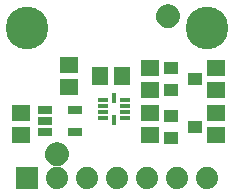
<source format=gbr>
G04 EAGLE Gerber RS-274X export*
G75*
%MOMM*%
%FSLAX34Y34*%
%LPD*%
%INSoldermask Top*%
%IPPOS*%
%AMOC8*
5,1,8,0,0,1.08239X$1,22.5*%
G01*
%ADD10R,0.900000X0.300000*%
%ADD11R,0.300000X0.900000*%
%ADD12R,1.601600X1.401600*%
%ADD13R,1.301600X0.651600*%
%ADD14R,1.879600X1.879600*%
%ADD15C,1.879600*%
%ADD16C,1.101600*%
%ADD17C,0.500000*%
%ADD18R,1.301600X1.101600*%
%ADD19R,1.401600X1.601600*%
%ADD20C,3.617600*%


D10*
X108560Y76320D03*
X108560Y81320D03*
X108560Y86320D03*
X108560Y91320D03*
D11*
X99060Y93320D03*
D10*
X89560Y91320D03*
X89560Y86320D03*
X89560Y81320D03*
X89560Y76320D03*
D11*
X99060Y74320D03*
D12*
X20320Y61620D03*
X20320Y80620D03*
D13*
X40339Y83160D03*
X40339Y73660D03*
X40339Y64160D03*
X66341Y64160D03*
X66341Y83160D03*
D12*
X185420Y118720D03*
X185420Y99720D03*
X185420Y80620D03*
X185420Y61620D03*
X129540Y80620D03*
X129540Y61620D03*
X129540Y99720D03*
X129540Y118720D03*
X60960Y102260D03*
X60960Y121260D03*
D14*
X25400Y25400D03*
D15*
X50800Y25400D03*
X76200Y25400D03*
X101600Y25400D03*
X127000Y25400D03*
X152400Y25400D03*
X177800Y25400D03*
D16*
X144780Y162560D03*
D17*
X144780Y170060D02*
X144599Y170058D01*
X144418Y170051D01*
X144237Y170040D01*
X144056Y170025D01*
X143876Y170005D01*
X143696Y169981D01*
X143517Y169953D01*
X143339Y169920D01*
X143162Y169883D01*
X142985Y169842D01*
X142810Y169797D01*
X142635Y169747D01*
X142462Y169693D01*
X142291Y169635D01*
X142120Y169573D01*
X141952Y169506D01*
X141785Y169436D01*
X141619Y169362D01*
X141456Y169283D01*
X141295Y169201D01*
X141135Y169115D01*
X140978Y169025D01*
X140823Y168931D01*
X140670Y168834D01*
X140520Y168732D01*
X140372Y168628D01*
X140226Y168519D01*
X140084Y168408D01*
X139944Y168292D01*
X139807Y168174D01*
X139672Y168052D01*
X139541Y167927D01*
X139413Y167799D01*
X139288Y167668D01*
X139166Y167533D01*
X139048Y167396D01*
X138932Y167256D01*
X138821Y167114D01*
X138712Y166968D01*
X138608Y166820D01*
X138506Y166670D01*
X138409Y166517D01*
X138315Y166362D01*
X138225Y166205D01*
X138139Y166045D01*
X138057Y165884D01*
X137978Y165721D01*
X137904Y165555D01*
X137834Y165388D01*
X137767Y165220D01*
X137705Y165049D01*
X137647Y164878D01*
X137593Y164705D01*
X137543Y164530D01*
X137498Y164355D01*
X137457Y164178D01*
X137420Y164001D01*
X137387Y163823D01*
X137359Y163644D01*
X137335Y163464D01*
X137315Y163284D01*
X137300Y163103D01*
X137289Y162922D01*
X137282Y162741D01*
X137280Y162560D01*
X144780Y170060D02*
X144961Y170058D01*
X145142Y170051D01*
X145323Y170040D01*
X145504Y170025D01*
X145684Y170005D01*
X145864Y169981D01*
X146043Y169953D01*
X146221Y169920D01*
X146398Y169883D01*
X146575Y169842D01*
X146750Y169797D01*
X146925Y169747D01*
X147098Y169693D01*
X147269Y169635D01*
X147440Y169573D01*
X147608Y169506D01*
X147775Y169436D01*
X147941Y169362D01*
X148104Y169283D01*
X148265Y169201D01*
X148425Y169115D01*
X148582Y169025D01*
X148737Y168931D01*
X148890Y168834D01*
X149040Y168732D01*
X149188Y168628D01*
X149334Y168519D01*
X149476Y168408D01*
X149616Y168292D01*
X149753Y168174D01*
X149888Y168052D01*
X150019Y167927D01*
X150147Y167799D01*
X150272Y167668D01*
X150394Y167533D01*
X150512Y167396D01*
X150628Y167256D01*
X150739Y167114D01*
X150848Y166968D01*
X150952Y166820D01*
X151054Y166670D01*
X151151Y166517D01*
X151245Y166362D01*
X151335Y166205D01*
X151421Y166045D01*
X151503Y165884D01*
X151582Y165721D01*
X151656Y165555D01*
X151726Y165388D01*
X151793Y165220D01*
X151855Y165049D01*
X151913Y164878D01*
X151967Y164705D01*
X152017Y164530D01*
X152062Y164355D01*
X152103Y164178D01*
X152140Y164001D01*
X152173Y163823D01*
X152201Y163644D01*
X152225Y163464D01*
X152245Y163284D01*
X152260Y163103D01*
X152271Y162922D01*
X152278Y162741D01*
X152280Y162560D01*
X152278Y162379D01*
X152271Y162198D01*
X152260Y162017D01*
X152245Y161836D01*
X152225Y161656D01*
X152201Y161476D01*
X152173Y161297D01*
X152140Y161119D01*
X152103Y160942D01*
X152062Y160765D01*
X152017Y160590D01*
X151967Y160415D01*
X151913Y160242D01*
X151855Y160071D01*
X151793Y159900D01*
X151726Y159732D01*
X151656Y159565D01*
X151582Y159399D01*
X151503Y159236D01*
X151421Y159075D01*
X151335Y158915D01*
X151245Y158758D01*
X151151Y158603D01*
X151054Y158450D01*
X150952Y158300D01*
X150848Y158152D01*
X150739Y158006D01*
X150628Y157864D01*
X150512Y157724D01*
X150394Y157587D01*
X150272Y157452D01*
X150147Y157321D01*
X150019Y157193D01*
X149888Y157068D01*
X149753Y156946D01*
X149616Y156828D01*
X149476Y156712D01*
X149334Y156601D01*
X149188Y156492D01*
X149040Y156388D01*
X148890Y156286D01*
X148737Y156189D01*
X148582Y156095D01*
X148425Y156005D01*
X148265Y155919D01*
X148104Y155837D01*
X147941Y155758D01*
X147775Y155684D01*
X147608Y155614D01*
X147440Y155547D01*
X147269Y155485D01*
X147098Y155427D01*
X146925Y155373D01*
X146750Y155323D01*
X146575Y155278D01*
X146398Y155237D01*
X146221Y155200D01*
X146043Y155167D01*
X145864Y155139D01*
X145684Y155115D01*
X145504Y155095D01*
X145323Y155080D01*
X145142Y155069D01*
X144961Y155062D01*
X144780Y155060D01*
X144599Y155062D01*
X144418Y155069D01*
X144237Y155080D01*
X144056Y155095D01*
X143876Y155115D01*
X143696Y155139D01*
X143517Y155167D01*
X143339Y155200D01*
X143162Y155237D01*
X142985Y155278D01*
X142810Y155323D01*
X142635Y155373D01*
X142462Y155427D01*
X142291Y155485D01*
X142120Y155547D01*
X141952Y155614D01*
X141785Y155684D01*
X141619Y155758D01*
X141456Y155837D01*
X141295Y155919D01*
X141135Y156005D01*
X140978Y156095D01*
X140823Y156189D01*
X140670Y156286D01*
X140520Y156388D01*
X140372Y156492D01*
X140226Y156601D01*
X140084Y156712D01*
X139944Y156828D01*
X139807Y156946D01*
X139672Y157068D01*
X139541Y157193D01*
X139413Y157321D01*
X139288Y157452D01*
X139166Y157587D01*
X139048Y157724D01*
X138932Y157864D01*
X138821Y158006D01*
X138712Y158152D01*
X138608Y158300D01*
X138506Y158450D01*
X138409Y158603D01*
X138315Y158758D01*
X138225Y158915D01*
X138139Y159075D01*
X138057Y159236D01*
X137978Y159399D01*
X137904Y159565D01*
X137834Y159732D01*
X137767Y159900D01*
X137705Y160071D01*
X137647Y160242D01*
X137593Y160415D01*
X137543Y160590D01*
X137498Y160765D01*
X137457Y160942D01*
X137420Y161119D01*
X137387Y161297D01*
X137359Y161476D01*
X137335Y161656D01*
X137315Y161836D01*
X137300Y162017D01*
X137289Y162198D01*
X137282Y162379D01*
X137280Y162560D01*
D16*
X50800Y45720D03*
D17*
X50800Y53220D02*
X50619Y53218D01*
X50438Y53211D01*
X50257Y53200D01*
X50076Y53185D01*
X49896Y53165D01*
X49716Y53141D01*
X49537Y53113D01*
X49359Y53080D01*
X49182Y53043D01*
X49005Y53002D01*
X48830Y52957D01*
X48655Y52907D01*
X48482Y52853D01*
X48311Y52795D01*
X48140Y52733D01*
X47972Y52666D01*
X47805Y52596D01*
X47639Y52522D01*
X47476Y52443D01*
X47315Y52361D01*
X47155Y52275D01*
X46998Y52185D01*
X46843Y52091D01*
X46690Y51994D01*
X46540Y51892D01*
X46392Y51788D01*
X46246Y51679D01*
X46104Y51568D01*
X45964Y51452D01*
X45827Y51334D01*
X45692Y51212D01*
X45561Y51087D01*
X45433Y50959D01*
X45308Y50828D01*
X45186Y50693D01*
X45068Y50556D01*
X44952Y50416D01*
X44841Y50274D01*
X44732Y50128D01*
X44628Y49980D01*
X44526Y49830D01*
X44429Y49677D01*
X44335Y49522D01*
X44245Y49365D01*
X44159Y49205D01*
X44077Y49044D01*
X43998Y48881D01*
X43924Y48715D01*
X43854Y48548D01*
X43787Y48380D01*
X43725Y48209D01*
X43667Y48038D01*
X43613Y47865D01*
X43563Y47690D01*
X43518Y47515D01*
X43477Y47338D01*
X43440Y47161D01*
X43407Y46983D01*
X43379Y46804D01*
X43355Y46624D01*
X43335Y46444D01*
X43320Y46263D01*
X43309Y46082D01*
X43302Y45901D01*
X43300Y45720D01*
X50800Y53220D02*
X50981Y53218D01*
X51162Y53211D01*
X51343Y53200D01*
X51524Y53185D01*
X51704Y53165D01*
X51884Y53141D01*
X52063Y53113D01*
X52241Y53080D01*
X52418Y53043D01*
X52595Y53002D01*
X52770Y52957D01*
X52945Y52907D01*
X53118Y52853D01*
X53289Y52795D01*
X53460Y52733D01*
X53628Y52666D01*
X53795Y52596D01*
X53961Y52522D01*
X54124Y52443D01*
X54285Y52361D01*
X54445Y52275D01*
X54602Y52185D01*
X54757Y52091D01*
X54910Y51994D01*
X55060Y51892D01*
X55208Y51788D01*
X55354Y51679D01*
X55496Y51568D01*
X55636Y51452D01*
X55773Y51334D01*
X55908Y51212D01*
X56039Y51087D01*
X56167Y50959D01*
X56292Y50828D01*
X56414Y50693D01*
X56532Y50556D01*
X56648Y50416D01*
X56759Y50274D01*
X56868Y50128D01*
X56972Y49980D01*
X57074Y49830D01*
X57171Y49677D01*
X57265Y49522D01*
X57355Y49365D01*
X57441Y49205D01*
X57523Y49044D01*
X57602Y48881D01*
X57676Y48715D01*
X57746Y48548D01*
X57813Y48380D01*
X57875Y48209D01*
X57933Y48038D01*
X57987Y47865D01*
X58037Y47690D01*
X58082Y47515D01*
X58123Y47338D01*
X58160Y47161D01*
X58193Y46983D01*
X58221Y46804D01*
X58245Y46624D01*
X58265Y46444D01*
X58280Y46263D01*
X58291Y46082D01*
X58298Y45901D01*
X58300Y45720D01*
X58298Y45539D01*
X58291Y45358D01*
X58280Y45177D01*
X58265Y44996D01*
X58245Y44816D01*
X58221Y44636D01*
X58193Y44457D01*
X58160Y44279D01*
X58123Y44102D01*
X58082Y43925D01*
X58037Y43750D01*
X57987Y43575D01*
X57933Y43402D01*
X57875Y43231D01*
X57813Y43060D01*
X57746Y42892D01*
X57676Y42725D01*
X57602Y42559D01*
X57523Y42396D01*
X57441Y42235D01*
X57355Y42075D01*
X57265Y41918D01*
X57171Y41763D01*
X57074Y41610D01*
X56972Y41460D01*
X56868Y41312D01*
X56759Y41166D01*
X56648Y41024D01*
X56532Y40884D01*
X56414Y40747D01*
X56292Y40612D01*
X56167Y40481D01*
X56039Y40353D01*
X55908Y40228D01*
X55773Y40106D01*
X55636Y39988D01*
X55496Y39872D01*
X55354Y39761D01*
X55208Y39652D01*
X55060Y39548D01*
X54910Y39446D01*
X54757Y39349D01*
X54602Y39255D01*
X54445Y39165D01*
X54285Y39079D01*
X54124Y38997D01*
X53961Y38918D01*
X53795Y38844D01*
X53628Y38774D01*
X53460Y38707D01*
X53289Y38645D01*
X53118Y38587D01*
X52945Y38533D01*
X52770Y38483D01*
X52595Y38438D01*
X52418Y38397D01*
X52241Y38360D01*
X52063Y38327D01*
X51884Y38299D01*
X51704Y38275D01*
X51524Y38255D01*
X51343Y38240D01*
X51162Y38229D01*
X50981Y38222D01*
X50800Y38220D01*
X50619Y38222D01*
X50438Y38229D01*
X50257Y38240D01*
X50076Y38255D01*
X49896Y38275D01*
X49716Y38299D01*
X49537Y38327D01*
X49359Y38360D01*
X49182Y38397D01*
X49005Y38438D01*
X48830Y38483D01*
X48655Y38533D01*
X48482Y38587D01*
X48311Y38645D01*
X48140Y38707D01*
X47972Y38774D01*
X47805Y38844D01*
X47639Y38918D01*
X47476Y38997D01*
X47315Y39079D01*
X47155Y39165D01*
X46998Y39255D01*
X46843Y39349D01*
X46690Y39446D01*
X46540Y39548D01*
X46392Y39652D01*
X46246Y39761D01*
X46104Y39872D01*
X45964Y39988D01*
X45827Y40106D01*
X45692Y40228D01*
X45561Y40353D01*
X45433Y40481D01*
X45308Y40612D01*
X45186Y40747D01*
X45068Y40884D01*
X44952Y41024D01*
X44841Y41166D01*
X44732Y41312D01*
X44628Y41460D01*
X44526Y41610D01*
X44429Y41763D01*
X44335Y41918D01*
X44245Y42075D01*
X44159Y42235D01*
X44077Y42396D01*
X43998Y42559D01*
X43924Y42725D01*
X43854Y42892D01*
X43787Y43060D01*
X43725Y43231D01*
X43667Y43402D01*
X43613Y43575D01*
X43563Y43750D01*
X43518Y43925D01*
X43477Y44102D01*
X43440Y44279D01*
X43407Y44457D01*
X43379Y44636D01*
X43355Y44816D01*
X43335Y44996D01*
X43320Y45177D01*
X43309Y45358D01*
X43302Y45539D01*
X43300Y45720D01*
D18*
X167480Y109220D03*
X147480Y99720D03*
X147480Y118720D03*
X167480Y68580D03*
X147480Y59080D03*
X147480Y78080D03*
D19*
X106020Y111760D03*
X87020Y111760D03*
D20*
X25400Y152400D03*
X177800Y152400D03*
M02*

</source>
